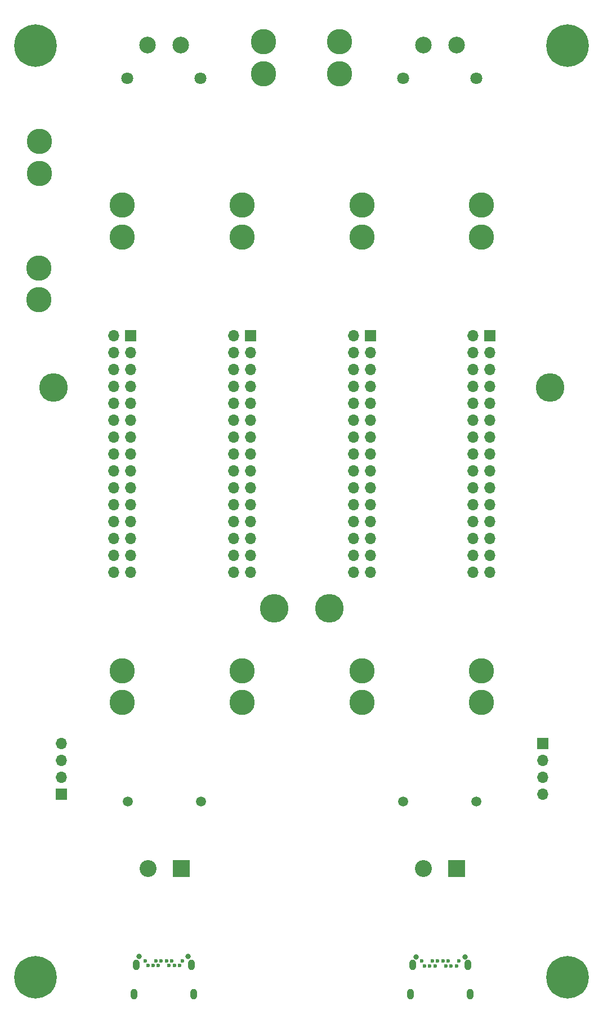
<source format=gbr>
%TF.GenerationSoftware,KiCad,Pcbnew,9.0.0*%
%TF.CreationDate,2025-05-06T23:45:37+04:00*%
%TF.ProjectId,Ebay,45626179-2e6b-4696-9361-645f70636258,rev?*%
%TF.SameCoordinates,Original*%
%TF.FileFunction,Soldermask,Bot*%
%TF.FilePolarity,Negative*%
%FSLAX46Y46*%
G04 Gerber Fmt 4.6, Leading zero omitted, Abs format (unit mm)*
G04 Created by KiCad (PCBNEW 9.0.0) date 2025-05-06 23:45:37*
%MOMM*%
%LPD*%
G01*
G04 APERTURE LIST*
%ADD10C,4.300025*%
%ADD11O,1.700000X1.700000*%
%ADD12R,1.700000X1.700000*%
%ADD13C,3.800000*%
%ADD14C,0.800000*%
%ADD15C,6.400000*%
%ADD16C,1.508000*%
%ADD17R,2.550000X2.550000*%
%ADD18C,2.550000*%
%ADD19C,0.600000*%
%ADD20O,1.000000X1.600000*%
%ADD21C,1.800000*%
%ADD22C,2.500000*%
G04 APERTURE END LIST*
D10*
%TO.C,U24*%
X108200000Y-120343000D03*
%TD*%
%TO.C,U23*%
X99900000Y-120343000D03*
%TD*%
%TO.C,U22*%
X66700000Y-87143000D03*
%TD*%
%TO.C,U21*%
X141400000Y-87143000D03*
%TD*%
D11*
%TO.C,J12*%
X67830000Y-140698000D03*
X67830000Y-143238000D03*
X67830000Y-145778000D03*
D12*
X67830000Y-148318000D03*
%TD*%
D13*
%TO.C,U10*%
X98300000Y-35200152D03*
X98300000Y-40000000D03*
%TD*%
%TO.C,U11*%
X109700000Y-35200152D03*
X109700000Y-40000000D03*
%TD*%
D14*
%TO.C,H2*%
X146402944Y-35802944D03*
X145700000Y-37500000D03*
X145700000Y-34105888D03*
X144002944Y-38202944D03*
D15*
X144002944Y-35802944D03*
D14*
X144002944Y-33402944D03*
X142305888Y-37500000D03*
X142305888Y-34105888D03*
X141602944Y-35802944D03*
%TD*%
%TO.C,H4*%
X146402944Y-175802945D03*
X145700000Y-177500001D03*
X145700000Y-174105889D03*
X144002944Y-178202945D03*
D15*
X144002944Y-175802945D03*
D14*
X144002944Y-173402945D03*
X142305888Y-177500001D03*
X142305888Y-174105889D03*
X141602944Y-175802945D03*
%TD*%
%TO.C,H3*%
X66402944Y-175802945D03*
X65700000Y-177500001D03*
X65700000Y-174105889D03*
X64002944Y-178202945D03*
D15*
X64002944Y-175802945D03*
D14*
X64002944Y-173402945D03*
X62305888Y-177500001D03*
X62305888Y-174105889D03*
X61602944Y-175802945D03*
%TD*%
%TO.C,H1*%
X66402944Y-35802944D03*
X65700000Y-37500000D03*
X65700000Y-34105888D03*
X64002944Y-38202944D03*
D15*
X64002944Y-35802944D03*
D14*
X64002944Y-33402944D03*
X62305888Y-37500000D03*
X62305888Y-34105888D03*
X61602944Y-35802944D03*
%TD*%
D16*
%TO.C,J5*%
X130300000Y-149443000D03*
X119300000Y-149443000D03*
D17*
X127300000Y-159443000D03*
D18*
X122300000Y-159443000D03*
%TD*%
D16*
%TO.C,J6*%
X88900000Y-149443000D03*
X77900000Y-149443000D03*
D17*
X85900000Y-159443000D03*
D18*
X80900000Y-159443000D03*
%TD*%
D11*
%TO.C,J10*%
X140250000Y-148343000D03*
X140250000Y-145803000D03*
X140250000Y-143263000D03*
D12*
X140250000Y-140723000D03*
%TD*%
D13*
%TO.C,U12*%
X64600000Y-54999924D03*
X64600000Y-50200076D03*
%TD*%
%TO.C,U13*%
X64500000Y-73999848D03*
X64500000Y-69200000D03*
%TD*%
D12*
%TO.C,H6*%
X96325000Y-79393000D03*
D11*
X93785000Y-79393000D03*
X96325000Y-81933000D03*
X93785000Y-81933000D03*
X96325000Y-84473000D03*
X93785000Y-84473000D03*
X96325000Y-87013000D03*
X93785000Y-87013000D03*
X96325000Y-89553000D03*
X93785000Y-89553000D03*
X96325000Y-92093000D03*
X93785000Y-92093000D03*
X96325000Y-94633000D03*
X93785000Y-94633000D03*
X96325000Y-97173000D03*
X93785000Y-97173000D03*
X96325000Y-99713000D03*
X93785000Y-99713000D03*
X96325000Y-102253000D03*
X93785000Y-102253000D03*
X96325000Y-104793000D03*
X93785000Y-104793000D03*
X96325000Y-107333000D03*
X93785000Y-107333000D03*
X96325000Y-109873000D03*
X93785000Y-109873000D03*
X96325000Y-112413000D03*
X93785000Y-112413000D03*
X96325000Y-114953000D03*
X93785000Y-114953000D03*
%TD*%
D12*
%TO.C,H8*%
X132325000Y-79393000D03*
D11*
X129785000Y-79393000D03*
X132325000Y-81933000D03*
X129785000Y-81933000D03*
X132325000Y-84473000D03*
X129785000Y-84473000D03*
X132325000Y-87013000D03*
X129785000Y-87013000D03*
X132325000Y-89553000D03*
X129785000Y-89553000D03*
X132325000Y-92093000D03*
X129785000Y-92093000D03*
X132325000Y-94633000D03*
X129785000Y-94633000D03*
X132325000Y-97173000D03*
X129785000Y-97173000D03*
X132325000Y-99713000D03*
X129785000Y-99713000D03*
X132325000Y-102253000D03*
X129785000Y-102253000D03*
X132325000Y-104793000D03*
X129785000Y-104793000D03*
X132325000Y-107333000D03*
X129785000Y-107333000D03*
X132325000Y-109873000D03*
X129785000Y-109873000D03*
X132325000Y-112413000D03*
X129785000Y-112413000D03*
X132325000Y-114953000D03*
X129785000Y-114953000D03*
%TD*%
D12*
%TO.C,H5*%
X78325000Y-79393000D03*
D11*
X75785000Y-79393000D03*
X78325000Y-81933000D03*
X75785000Y-81933000D03*
X78325000Y-84473000D03*
X75785000Y-84473000D03*
X78325000Y-87013000D03*
X75785000Y-87013000D03*
X78325000Y-89553000D03*
X75785000Y-89553000D03*
X78325000Y-92093000D03*
X75785000Y-92093000D03*
X78325000Y-94633000D03*
X75785000Y-94633000D03*
X78325000Y-97173000D03*
X75785000Y-97173000D03*
X78325000Y-99713000D03*
X75785000Y-99713000D03*
X78325000Y-102253000D03*
X75785000Y-102253000D03*
X78325000Y-104793000D03*
X75785000Y-104793000D03*
X78325000Y-107333000D03*
X75785000Y-107333000D03*
X78325000Y-109873000D03*
X75785000Y-109873000D03*
X78325000Y-112413000D03*
X75785000Y-112413000D03*
X78325000Y-114953000D03*
X75785000Y-114953000D03*
%TD*%
D12*
%TO.C,H7*%
X114325000Y-79393000D03*
D11*
X111785000Y-79393000D03*
X114325000Y-81933000D03*
X111785000Y-81933000D03*
X114325000Y-84473000D03*
X111785000Y-84473000D03*
X114325000Y-87013000D03*
X111785000Y-87013000D03*
X114325000Y-89553000D03*
X111785000Y-89553000D03*
X114325000Y-92093000D03*
X111785000Y-92093000D03*
X114325000Y-94633000D03*
X111785000Y-94633000D03*
X114325000Y-97173000D03*
X111785000Y-97173000D03*
X114325000Y-99713000D03*
X111785000Y-99713000D03*
X114325000Y-102253000D03*
X111785000Y-102253000D03*
X114325000Y-104793000D03*
X111785000Y-104793000D03*
X114325000Y-107333000D03*
X111785000Y-107333000D03*
X114325000Y-109873000D03*
X111785000Y-109873000D03*
X114325000Y-112413000D03*
X111785000Y-112413000D03*
X114325000Y-114953000D03*
X111785000Y-114953000D03*
%TD*%
D13*
%TO.C,U9*%
X131055000Y-134542924D03*
X131055000Y-129743076D03*
%TD*%
%TO.C,U7*%
X113055000Y-134542924D03*
X113055000Y-129743076D03*
%TD*%
%TO.C,U3*%
X77055000Y-134542924D03*
X77055000Y-129743076D03*
%TD*%
%TO.C,U5*%
X95055000Y-134542924D03*
X95055000Y-129743076D03*
%TD*%
D19*
%TO.C,U1*%
X122070104Y-173393495D03*
X122470155Y-174093521D03*
X123270257Y-174093521D03*
X123670308Y-173393495D03*
X124070104Y-174093521D03*
X124470155Y-173393495D03*
X125270257Y-173393495D03*
X125670308Y-174093521D03*
X126070104Y-173393495D03*
X126470409Y-174093521D03*
X127270257Y-174093521D03*
X127670054Y-173393495D03*
D20*
X129360173Y-178383589D03*
X129000000Y-173993445D03*
X120740158Y-173993445D03*
X120379985Y-178383589D03*
D14*
X128545085Y-172743000D03*
X121195073Y-172743000D03*
%TD*%
D19*
%TO.C,U15*%
X80470104Y-173343050D03*
X80870155Y-174043076D03*
X81670257Y-174043076D03*
X82070308Y-173343050D03*
X82470104Y-174043076D03*
X82870155Y-173343050D03*
X83670257Y-173343050D03*
X84070308Y-174043076D03*
X84470104Y-173343050D03*
X84870409Y-174043076D03*
X85670257Y-174043076D03*
X86070054Y-173343050D03*
D20*
X87760173Y-178333144D03*
X87400000Y-173943000D03*
X79140158Y-173943000D03*
X78779985Y-178333144D03*
D14*
X86945085Y-172692555D03*
X79595073Y-172692555D03*
%TD*%
D21*
%TO.C,U14*%
X88800013Y-40711449D03*
X77800013Y-40711449D03*
D22*
X80800013Y-35711449D03*
X85800013Y-35711449D03*
%TD*%
D21*
%TO.C,U17*%
X130300000Y-40700000D03*
X119300000Y-40700000D03*
D22*
X122300000Y-35700000D03*
X127300000Y-35700000D03*
%TD*%
D13*
%TO.C,U6*%
X113055000Y-59743076D03*
X113055000Y-64542924D03*
%TD*%
%TO.C,U4*%
X95055000Y-59743076D03*
X95055000Y-64542924D03*
%TD*%
%TO.C,U8*%
X131055000Y-59743076D03*
X131055000Y-64542924D03*
%TD*%
%TO.C,U2*%
X77055000Y-59743076D03*
X77055000Y-64542924D03*
%TD*%
M02*

</source>
